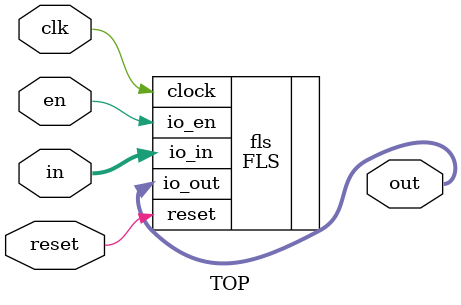
<source format=v>
`timescale 1ns / 1ps


module TOP(
    input clk,
    input reset,
    input en, // sw[0]
    input [6:0] in,
    output [6:0] out
    );
    FLS fls (
        .clock(clk),
        .reset(reset),
        .io_en(en),
        .io_in(in),
        .io_out(out)
    );
endmodule

</source>
